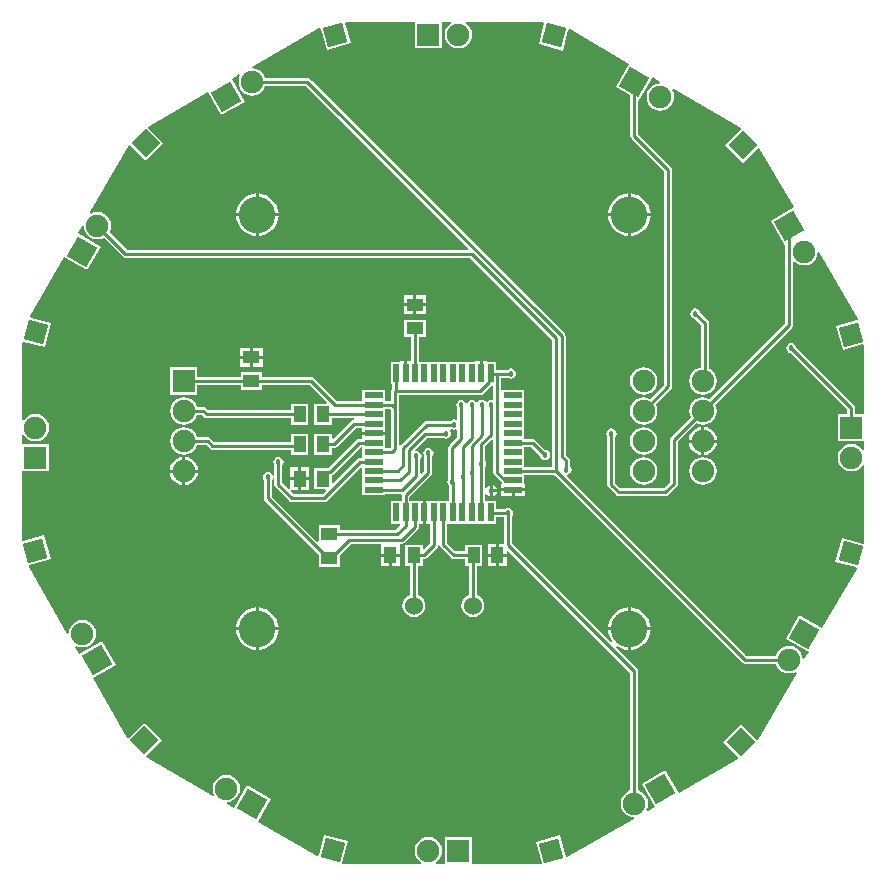
<source format=gtl>
G04*
G04 #@! TF.GenerationSoftware,Altium Limited,Altium Designer,20.2.4 (192)*
G04*
G04 Layer_Physical_Order=1*
G04 Layer_Color=255*
%FSLAX44Y44*%
%MOMM*%
G71*
G04*
G04 #@! TF.SameCoordinates,914F8371-8902-4B0D-8680-DBDBB12D949F*
G04*
G04*
G04 #@! TF.FilePolarity,Positive*
G04*
G01*
G75*
%ADD11C,0.2540*%
%ADD13R,0.5000X1.5000*%
%ADD14R,1.5000X0.5000*%
%ADD15R,1.1000X1.4000*%
%ADD16R,1.4000X1.1000*%
%ADD39C,1.9000*%
%ADD40P,2.6870X4X75.0*%
%ADD41P,2.6870X4X105.0*%
%ADD42R,1.9000X1.9000*%
%ADD43P,2.6870X4X165.0*%
%ADD44P,2.6870X4X195.0*%
%ADD45R,1.9000X1.9000*%
%ADD46C,1.5240*%
%ADD47P,2.4042X4X90.0*%
%ADD48P,2.4042X4X120.0*%
%ADD49P,2.4042X4X150.0*%
%ADD50P,2.4042X4X180.0*%
%ADD51P,2.4042X4X210.0*%
%ADD52P,2.4042X4X240.0*%
%ADD53C,1.9000*%
%ADD54O,1.9000X1.9000*%
%ADD55R,1.9000X1.9000*%
%ADD56C,3.1000*%
%ADD57C,0.4572*%
G36*
X963828Y1128683D02*
Y1106068D01*
X986892D01*
Y1128683D01*
X994180D01*
X994605Y1127413D01*
X992535Y1125825D01*
X990687Y1123416D01*
X989525Y1120611D01*
X989128Y1117600D01*
X989525Y1114589D01*
X990687Y1111784D01*
X992535Y1109375D01*
X994944Y1107527D01*
X997749Y1106365D01*
X1000760Y1105968D01*
X1003771Y1106365D01*
X1006576Y1107527D01*
X1008985Y1109375D01*
X1010833Y1111784D01*
X1011995Y1114589D01*
X1012392Y1117600D01*
X1011995Y1120611D01*
X1010833Y1123416D01*
X1008985Y1125825D01*
X1006915Y1127413D01*
X1007340Y1128683D01*
X1072764Y1128683D01*
X1073537Y1127676D01*
X1068692Y1109593D01*
X1089038Y1104141D01*
X1093733Y1121664D01*
X1094906Y1122150D01*
X1145336Y1093034D01*
X1134028Y1073449D01*
X1146415Y1066298D01*
Y1032078D01*
X1146671Y1030790D01*
X1147401Y1029698D01*
X1175193Y1001906D01*
Y821144D01*
X1163230Y809181D01*
X1160781Y810195D01*
X1157770Y810592D01*
X1154760Y810195D01*
X1151954Y809033D01*
X1149545Y807185D01*
X1147697Y804776D01*
X1146535Y801971D01*
X1146139Y798960D01*
X1146535Y795949D01*
X1147697Y793144D01*
X1149545Y790735D01*
X1151954Y788887D01*
X1154760Y787725D01*
X1157770Y787328D01*
X1160781Y787725D01*
X1163586Y788887D01*
X1165995Y790735D01*
X1167843Y793144D01*
X1169005Y795949D01*
X1169402Y798960D01*
X1169005Y801971D01*
X1167991Y804419D01*
X1180941Y817369D01*
X1181670Y818462D01*
X1181927Y819750D01*
Y1003300D01*
X1181670Y1004588D01*
X1180941Y1005681D01*
X1153148Y1033473D01*
Y1061424D01*
X1154003Y1061917D01*
X1154003D01*
X1165310Y1081502D01*
X1171622Y1077858D01*
X1171355Y1076545D01*
X1168768Y1076205D01*
X1165963Y1075043D01*
X1163554Y1073195D01*
X1161705Y1070786D01*
X1160543Y1067980D01*
X1160147Y1064970D01*
X1160543Y1061959D01*
X1161705Y1059154D01*
X1163554Y1056745D01*
X1165963Y1054897D01*
X1168768Y1053735D01*
X1171778Y1053338D01*
X1174789Y1053735D01*
X1177594Y1054897D01*
X1180003Y1056745D01*
X1181852Y1059154D01*
X1183014Y1061959D01*
X1183410Y1064970D01*
X1183014Y1067980D01*
X1182015Y1070391D01*
X1183018Y1071278D01*
X1239677Y1038566D01*
X1239843Y1037307D01*
X1226605Y1024069D01*
X1241500Y1009175D01*
X1254327Y1022002D01*
X1255587Y1021837D01*
X1284702Y971407D01*
X1265117Y960099D01*
X1276649Y940126D01*
X1276649Y940126D01*
X1277401Y939093D01*
Y873352D01*
X1213230Y809181D01*
X1210780Y810195D01*
X1207770Y810592D01*
X1204760Y810195D01*
X1201954Y809033D01*
X1199545Y807185D01*
X1197697Y804776D01*
X1196535Y801971D01*
X1196139Y798960D01*
X1196535Y795949D01*
X1197549Y793501D01*
X1180846Y776797D01*
X1180116Y775705D01*
X1179860Y774416D01*
Y738851D01*
X1174625Y733617D01*
X1138045D01*
X1133667Y737995D01*
Y777046D01*
X1134368Y778095D01*
X1134703Y779780D01*
X1134368Y781465D01*
X1133413Y782893D01*
X1131985Y783848D01*
X1130300Y784183D01*
X1128615Y783848D01*
X1127187Y782893D01*
X1126233Y781465D01*
X1125897Y779780D01*
X1126233Y778095D01*
X1126933Y777046D01*
Y736600D01*
X1127190Y735312D01*
X1127919Y734219D01*
X1134269Y727869D01*
X1135362Y727140D01*
X1136650Y726883D01*
X1176020D01*
X1177308Y727140D01*
X1178401Y727869D01*
X1185607Y735076D01*
X1186337Y736168D01*
X1186593Y737456D01*
Y773022D01*
X1202310Y788739D01*
X1204760Y787725D01*
X1207770Y787328D01*
X1210780Y787725D01*
X1213586Y788887D01*
X1215995Y790735D01*
X1217843Y793144D01*
X1219005Y795949D01*
X1219401Y798960D01*
X1219005Y801971D01*
X1217991Y804419D01*
X1283148Y869577D01*
X1283878Y870669D01*
X1284135Y871958D01*
Y925259D01*
X1284963Y925540D01*
X1285405Y925611D01*
X1287754Y923808D01*
X1290559Y922646D01*
X1293570Y922250D01*
X1296580Y922646D01*
X1299386Y923808D01*
X1301795Y925657D01*
X1303643Y928066D01*
X1304805Y930871D01*
X1305146Y933458D01*
X1306458Y933725D01*
X1339170Y877066D01*
X1338684Y875892D01*
X1320601Y871047D01*
X1326053Y850701D01*
X1343576Y855396D01*
X1344583Y854623D01*
X1344583Y796392D01*
X1336867D01*
Y801370D01*
X1336610Y802658D01*
X1335881Y803751D01*
X1287014Y852618D01*
X1286767Y853855D01*
X1285813Y855283D01*
X1284385Y856237D01*
X1282700Y856573D01*
X1281015Y856237D01*
X1279587Y855283D01*
X1278633Y853855D01*
X1278297Y852170D01*
X1278633Y850485D01*
X1279587Y849057D01*
X1281015Y848102D01*
X1282252Y847857D01*
X1330133Y799976D01*
Y796392D01*
X1321968D01*
Y773328D01*
X1344583D01*
Y766040D01*
X1343313Y765615D01*
X1341725Y767685D01*
X1339316Y769533D01*
X1336510Y770695D01*
X1333500Y771092D01*
X1330490Y770695D01*
X1327684Y769533D01*
X1325275Y767685D01*
X1323427Y765276D01*
X1322265Y762470D01*
X1321868Y759460D01*
X1322265Y756450D01*
X1323427Y753644D01*
X1325275Y751235D01*
X1327684Y749387D01*
X1330490Y748225D01*
X1333500Y747829D01*
X1336510Y748225D01*
X1339316Y749387D01*
X1341725Y751235D01*
X1343313Y753305D01*
X1344583Y752880D01*
X1344583Y687456D01*
X1343576Y686683D01*
X1325493Y691528D01*
X1320041Y671182D01*
X1337564Y666487D01*
X1338050Y665313D01*
X1308934Y614884D01*
X1289349Y626191D01*
X1277817Y606217D01*
X1297402Y594910D01*
X1293758Y588598D01*
X1292446Y588865D01*
X1292105Y591452D01*
X1290943Y594257D01*
X1289095Y596666D01*
X1286686Y598515D01*
X1283880Y599677D01*
X1280870Y600073D01*
X1277859Y599677D01*
X1275054Y598515D01*
X1272645Y596666D01*
X1270797Y594257D01*
X1269782Y591808D01*
X1244553D01*
X1092666Y743695D01*
X1093084Y745073D01*
X1093885Y745232D01*
X1095313Y746187D01*
X1096267Y747615D01*
X1096603Y749300D01*
X1096267Y750985D01*
X1095567Y752034D01*
Y756920D01*
X1095310Y758208D01*
X1094581Y759301D01*
X1091757Y762124D01*
Y862330D01*
X1091500Y863618D01*
X1090771Y864711D01*
X875431Y1080050D01*
X874339Y1080780D01*
X873050Y1081037D01*
X837426D01*
X836412Y1083486D01*
X834563Y1085895D01*
X832154Y1087743D01*
X829349Y1088905D01*
X826762Y1089246D01*
X826495Y1090558D01*
X883154Y1123270D01*
X884327Y1122784D01*
X889173Y1104701D01*
X909519Y1110153D01*
X904824Y1127676D01*
X905597Y1128683D01*
X963828Y1128683D01*
D02*
G37*
G36*
X816102Y1083091D02*
X815103Y1080680D01*
X814707Y1077670D01*
X815103Y1074659D01*
X816265Y1071854D01*
X818114Y1069445D01*
X820523Y1067597D01*
X823328Y1066435D01*
X826339Y1066038D01*
X829349Y1066435D01*
X832154Y1067597D01*
X834563Y1069445D01*
X836412Y1071854D01*
X837426Y1074303D01*
X871656D01*
X1009239Y936720D01*
X1008753Y935547D01*
X720343D01*
X705471Y950419D01*
X706485Y952868D01*
X706882Y955879D01*
X706485Y958889D01*
X705323Y961694D01*
X703475Y964103D01*
X701066Y965952D01*
X698261Y967114D01*
X695250Y967510D01*
X692240Y967114D01*
X689829Y966115D01*
X688942Y967119D01*
X721654Y1023777D01*
X722913Y1023943D01*
X736151Y1010705D01*
X751045Y1025600D01*
X738217Y1038428D01*
X738383Y1039687D01*
X788813Y1068802D01*
X800120Y1049217D01*
X820095Y1060749D01*
X808787Y1080334D01*
X815099Y1083978D01*
X816102Y1083091D01*
D02*
G37*
G36*
X683674Y955455D02*
X684015Y952868D01*
X685177Y950063D01*
X687026Y947654D01*
X689434Y945805D01*
X692240Y944643D01*
X695250Y944247D01*
X698261Y944643D01*
X700710Y945658D01*
X716568Y929799D01*
X717660Y929070D01*
X718949Y928813D01*
X1010680D01*
X1080073Y859420D01*
Y751527D01*
X1056592D01*
Y759628D01*
Y768793D01*
X1062193D01*
X1069692Y761295D01*
X1069938Y760058D01*
X1070892Y758629D01*
X1072320Y757675D01*
X1074005Y757340D01*
X1075690Y757675D01*
X1077118Y758629D01*
X1078073Y760058D01*
X1078408Y761742D01*
X1078073Y763427D01*
X1077118Y764856D01*
X1075690Y765810D01*
X1074453Y766056D01*
X1065968Y774541D01*
X1064876Y775270D01*
X1063588Y775527D01*
X1056592D01*
Y783628D01*
Y791628D01*
Y799628D01*
Y807628D01*
Y816692D01*
X1037528D01*
X1037147Y817804D01*
Y827213D01*
X1042476D01*
X1043525Y826513D01*
X1045210Y826177D01*
X1046895Y826513D01*
X1048323Y827467D01*
X1049277Y828895D01*
X1049613Y830580D01*
X1049277Y832265D01*
X1048323Y833693D01*
X1046895Y834648D01*
X1045210Y834983D01*
X1043525Y834648D01*
X1042476Y833947D01*
X1032592D01*
Y840692D01*
X1025100D01*
Y841200D01*
X1021330D01*
Y831160D01*
X1018790D01*
Y841200D01*
X1015020D01*
Y840692D01*
X967427D01*
Y861308D01*
X973092D01*
Y876372D01*
X955028D01*
Y861308D01*
X960693D01*
Y841200D01*
X957330D01*
Y831160D01*
X954790D01*
Y841200D01*
X951020D01*
Y840692D01*
X943528D01*
Y821628D01*
X944693D01*
Y817808D01*
X944310Y817233D01*
X944053Y815945D01*
Y807527D01*
X938592D01*
Y816692D01*
X919528D01*
Y807527D01*
X897713D01*
X878469Y826771D01*
X877377Y827500D01*
X876088Y827757D01*
X834532D01*
Y831922D01*
X816468D01*
Y827727D01*
X779882D01*
Y835892D01*
X756818D01*
Y812828D01*
X779882D01*
Y820993D01*
X816468D01*
Y816858D01*
X834532D01*
Y821023D01*
X874694D01*
X889222Y806495D01*
X888736Y805322D01*
X878768D01*
Y787258D01*
X893832D01*
Y792793D01*
X912612D01*
X912620Y791527D01*
X911332Y791270D01*
X910239Y790541D01*
X895102Y775403D01*
X893832Y775929D01*
Y779922D01*
X878768D01*
Y761858D01*
X893832D01*
Y767523D01*
X895350D01*
X896638Y767780D01*
X897731Y768509D01*
X914015Y784793D01*
X919020D01*
Y781430D01*
X939100D01*
Y785200D01*
X938592D01*
Y791628D01*
Y799628D01*
Y800793D01*
X943235D01*
X944053Y799976D01*
Y768475D01*
X943105Y767527D01*
X938592D01*
Y767628D01*
Y775120D01*
X939100D01*
Y778890D01*
X919020D01*
Y775527D01*
X916780D01*
X915492Y775270D01*
X914399Y774541D01*
X890636Y750777D01*
X890530D01*
X890205Y750712D01*
X878768D01*
Y732648D01*
X888282D01*
X888768Y731475D01*
X885830Y728537D01*
X861184D01*
X858851Y730870D01*
X859377Y732140D01*
X865030D01*
Y740410D01*
X858260D01*
Y733257D01*
X856990Y732731D01*
X851727Y737995D01*
Y752916D01*
X852428Y753965D01*
X852763Y755650D01*
X852428Y757335D01*
X851473Y758763D01*
X850045Y759717D01*
X848360Y760053D01*
X846675Y759717D01*
X845247Y758763D01*
X844293Y757335D01*
X843957Y755650D01*
X844293Y753965D01*
X844993Y752916D01*
Y743826D01*
X843723Y743700D01*
X843538Y744635D01*
X842583Y746063D01*
X841155Y747018D01*
X839470Y747353D01*
X837785Y747018D01*
X836357Y746063D01*
X835403Y744635D01*
X835067Y742950D01*
X835403Y741265D01*
X836103Y740216D01*
Y725100D01*
X836360Y723812D01*
X837089Y722719D01*
X882508Y677301D01*
Y666998D01*
X900572D01*
Y677301D01*
X909863Y686591D01*
X933809D01*
X935020Y686450D01*
X935020Y685321D01*
Y678180D01*
X943060D01*
X951100D01*
X951100Y686450D01*
X952311Y686591D01*
X952848D01*
X954136Y686848D01*
X955229Y687577D01*
X966441Y698789D01*
X967170Y699882D01*
X967427Y701170D01*
Y703120D01*
X970790D01*
Y713160D01*
Y723200D01*
X967020D01*
Y722692D01*
X959427D01*
Y726066D01*
X977741Y744379D01*
X978470Y745472D01*
X978727Y746760D01*
Y760536D01*
X979427Y761585D01*
X979763Y763270D01*
X979427Y764955D01*
X978473Y766383D01*
X977045Y767337D01*
X975360Y767673D01*
X973675Y767337D01*
X972247Y766383D01*
X971292Y764955D01*
X970957Y763270D01*
X971292Y761585D01*
X971993Y760536D01*
Y748155D01*
X969740Y745901D01*
X968567Y746387D01*
Y757996D01*
X969268Y759045D01*
X969603Y760730D01*
X969268Y762415D01*
X968313Y763843D01*
X966885Y764798D01*
X965200Y765133D01*
X964613Y765016D01*
X963988Y766186D01*
X974214Y776413D01*
X987358D01*
X988407Y775713D01*
X990092Y775377D01*
X991777Y775713D01*
X993205Y776667D01*
X994159Y778095D01*
X994495Y779780D01*
X994159Y781465D01*
X993788Y782021D01*
X993815Y782584D01*
X994333Y783479D01*
X994925Y783560D01*
X995265Y783333D01*
X996950Y782997D01*
X998635Y783333D01*
X998813Y783452D01*
X999933Y782853D01*
Y777004D01*
X993299Y770371D01*
X992570Y769278D01*
X992313Y767990D01*
Y741874D01*
X991612Y740825D01*
X991277Y739140D01*
X991612Y737455D01*
X992567Y736027D01*
X992693Y735942D01*
Y722692D01*
X977100D01*
Y723200D01*
X973330D01*
Y713160D01*
Y703120D01*
X976693D01*
Y686814D01*
X971765Y681887D01*
X970592Y682373D01*
Y685942D01*
X955528D01*
Y667878D01*
X959693D01*
Y643338D01*
X958192Y642717D01*
X956176Y641170D01*
X954629Y639153D01*
X953656Y636805D01*
X953325Y634286D01*
X953656Y631766D01*
X954629Y629418D01*
X956176Y627402D01*
X958192Y625855D01*
X960540Y624882D01*
X963060Y624550D01*
X965580Y624882D01*
X967928Y625855D01*
X969944Y627402D01*
X971491Y629418D01*
X972464Y631766D01*
X972795Y634286D01*
X972464Y636805D01*
X971491Y639153D01*
X969944Y641170D01*
X967928Y642717D01*
X966427Y643338D01*
Y667878D01*
X970592D01*
Y673543D01*
X971550D01*
X972838Y673800D01*
X973931Y674529D01*
X982441Y683039D01*
X983170Y684132D01*
X983427Y685420D01*
Y685792D01*
X984693Y685800D01*
X984950Y684512D01*
X985679Y683419D01*
X994569Y674529D01*
X995662Y673800D01*
X996950Y673543D01*
X1006088D01*
Y667878D01*
X1009693D01*
Y643338D01*
X1008192Y642717D01*
X1006176Y641170D01*
X1004629Y639153D01*
X1003656Y636805D01*
X1003325Y634286D01*
X1003656Y631766D01*
X1004629Y629418D01*
X1006176Y627402D01*
X1008192Y625855D01*
X1010540Y624882D01*
X1013060Y624550D01*
X1015580Y624882D01*
X1017928Y625855D01*
X1019944Y627402D01*
X1021491Y629418D01*
X1022464Y631766D01*
X1022795Y634286D01*
X1022464Y636805D01*
X1021491Y639153D01*
X1019944Y641170D01*
X1017928Y642717D01*
X1016427Y643338D01*
Y667878D01*
X1021152D01*
Y685942D01*
X1006088D01*
Y680277D01*
X998344D01*
X991427Y687195D01*
Y703628D01*
X1032592D01*
Y709103D01*
X1039303D01*
Y686450D01*
X1034890D01*
Y678180D01*
X1041660D01*
Y680389D01*
X1042833Y680875D01*
X1146415Y577294D01*
Y477738D01*
X1143966Y476723D01*
X1141557Y474875D01*
X1139708Y472466D01*
X1138546Y469661D01*
X1138150Y466650D01*
X1138546Y463640D01*
X1139708Y460834D01*
X1141557Y458425D01*
X1143966Y456577D01*
X1146771Y455415D01*
X1149358Y455074D01*
X1149625Y453762D01*
X1092966Y421050D01*
X1091793Y421536D01*
X1086947Y439619D01*
X1066601Y434167D01*
X1071296Y416644D01*
X1070523Y415637D01*
X1012292Y415637D01*
Y438252D01*
X989228D01*
Y415637D01*
X981940D01*
X981515Y416907D01*
X983585Y418495D01*
X985433Y420904D01*
X986595Y423709D01*
X986992Y426720D01*
X986595Y429730D01*
X985433Y432536D01*
X983585Y434945D01*
X981176Y436793D01*
X978370Y437955D01*
X975360Y438352D01*
X972349Y437955D01*
X969544Y436793D01*
X967135Y434945D01*
X965287Y432536D01*
X964125Y429730D01*
X963728Y426720D01*
X964125Y423709D01*
X965287Y420904D01*
X967135Y418495D01*
X969205Y416907D01*
X968780Y415637D01*
X903356Y415637D01*
X902583Y416644D01*
X907428Y434727D01*
X887082Y440179D01*
X882387Y422656D01*
X881214Y422170D01*
X830784Y451286D01*
X842092Y470871D01*
X822117Y482403D01*
X810810Y462818D01*
X804498Y466462D01*
X804765Y467775D01*
X807352Y468115D01*
X810157Y469277D01*
X812566Y471125D01*
X814415Y473535D01*
X815577Y476340D01*
X815973Y479350D01*
X815577Y482361D01*
X814415Y485166D01*
X812566Y487575D01*
X810157Y489423D01*
X807352Y490585D01*
X804342Y490982D01*
X801331Y490585D01*
X798526Y489423D01*
X796117Y487575D01*
X794268Y485166D01*
X793106Y482361D01*
X792710Y479350D01*
X793106Y476340D01*
X794105Y473929D01*
X793102Y473042D01*
X736443Y505754D01*
X736277Y507013D01*
X749515Y520251D01*
X734620Y535145D01*
X721793Y522318D01*
X720533Y522483D01*
X691418Y572913D01*
X711003Y584221D01*
X699471Y604194D01*
X679886Y592887D01*
X676242Y599199D01*
X677129Y600202D01*
X679540Y599203D01*
X682550Y598807D01*
X685561Y599203D01*
X688366Y600365D01*
X690775Y602214D01*
X692623Y604623D01*
X693785Y607428D01*
X694182Y610439D01*
X693785Y613449D01*
X692623Y616254D01*
X690775Y618663D01*
X688366Y620512D01*
X685561Y621674D01*
X682550Y622070D01*
X679540Y621674D01*
X676734Y620512D01*
X674325Y618663D01*
X672477Y616254D01*
X671315Y613449D01*
X670974Y610862D01*
X669662Y610595D01*
X636950Y667254D01*
X637436Y668428D01*
X655519Y673273D01*
X650067Y693619D01*
X632544Y688924D01*
X631537Y689697D01*
X631537Y747928D01*
X654152D01*
Y770992D01*
X631537D01*
Y778280D01*
X632807Y778705D01*
X634395Y776635D01*
X636804Y774787D01*
X639609Y773625D01*
X642620Y773229D01*
X645630Y773625D01*
X648436Y774787D01*
X650845Y776635D01*
X652693Y779044D01*
X653855Y781850D01*
X654251Y784860D01*
X653855Y787870D01*
X652693Y790676D01*
X650845Y793085D01*
X648436Y794933D01*
X645630Y796095D01*
X642620Y796491D01*
X639609Y796095D01*
X636804Y794933D01*
X634395Y793085D01*
X632807Y791015D01*
X631537Y791440D01*
X631537Y856864D01*
X632544Y857637D01*
X650627Y852792D01*
X656079Y873138D01*
X638556Y877833D01*
X638070Y879007D01*
X667186Y929436D01*
X686771Y918129D01*
X698303Y938102D01*
X678718Y949410D01*
X682362Y955722D01*
X683674Y955455D01*
D02*
G37*
G36*
X1029430Y820791D02*
X1030413Y820394D01*
Y809030D01*
X1029143Y808123D01*
X1028192Y808313D01*
X1026507Y807978D01*
X1025079Y807023D01*
X1023771Y807352D01*
X1022624Y808119D01*
X1020939Y808454D01*
X1019254Y808119D01*
X1017826Y807164D01*
X1017281Y806349D01*
X1015787Y806299D01*
X1015303Y807023D01*
X1013875Y807978D01*
X1012190Y808313D01*
X1010505Y807978D01*
X1009077Y807023D01*
X1008463Y806104D01*
X1007027D01*
X1006413Y807023D01*
X1004985Y807978D01*
X1003300Y808313D01*
X1001615Y807978D01*
X1000187Y807023D01*
X999232Y805595D01*
X998897Y803910D01*
X999232Y802225D01*
X999933Y801176D01*
Y791947D01*
X998813Y791348D01*
X998635Y791468D01*
X996950Y791803D01*
X995265Y791468D01*
X994216Y790767D01*
X973974D01*
X972686Y790510D01*
X971594Y789781D01*
X952057Y770244D01*
X951409Y770359D01*
X950787Y770708D01*
Y801370D01*
Y812578D01*
X1019515D01*
X1020803Y812835D01*
X1021895Y813564D01*
X1029143Y820812D01*
X1029430Y820791D01*
D02*
G37*
G36*
X919528Y759062D02*
X917750D01*
X916462Y758805D01*
X915369Y758076D01*
X895005Y737712D01*
X893832Y738198D01*
Y744643D01*
X894411Y745029D01*
X918175Y768793D01*
X919528D01*
Y759062D01*
D02*
G37*
G36*
X1030413Y774841D02*
Y746760D01*
X1030670Y745472D01*
X1031399Y744379D01*
X1036769Y739009D01*
X1037528Y738503D01*
Y737200D01*
X1037020D01*
Y733430D01*
X1057100D01*
Y737200D01*
X1056592D01*
Y744793D01*
X1082046D01*
X1240778Y586061D01*
X1241870Y585331D01*
X1243158Y585075D01*
X1269782D01*
X1270797Y582626D01*
X1272645Y580217D01*
X1275054Y578368D01*
X1277859Y577206D01*
X1280870Y576810D01*
X1283880Y577206D01*
X1286291Y578205D01*
X1287178Y577201D01*
X1254466Y520543D01*
X1253207Y520377D01*
X1239969Y533615D01*
X1225075Y518720D01*
X1237903Y505892D01*
X1237737Y504633D01*
X1187307Y475518D01*
X1176000Y495103D01*
X1156025Y483571D01*
X1167333Y463986D01*
X1161021Y460342D01*
X1160018Y461229D01*
X1161017Y463640D01*
X1161413Y466650D01*
X1161017Y469661D01*
X1159855Y472466D01*
X1158006Y474875D01*
X1155597Y476723D01*
X1153148Y477738D01*
Y578689D01*
X1152892Y579977D01*
X1152162Y581069D01*
X1134339Y598892D01*
X1135193Y599834D01*
X1135469Y599608D01*
X1138603Y597933D01*
X1142003Y596901D01*
X1144270Y596678D01*
Y613410D01*
X1127538D01*
X1127761Y611143D01*
X1128793Y607743D01*
X1130468Y604609D01*
X1130694Y604333D01*
X1129752Y603479D01*
X1046037Y687195D01*
Y709736D01*
X1046738Y710785D01*
X1047073Y712470D01*
X1046738Y714155D01*
X1045783Y715583D01*
X1044355Y716537D01*
X1042670Y716873D01*
X1040985Y716537D01*
X1039936Y715837D01*
X1032592D01*
Y722692D01*
X1023302D01*
Y728627D01*
X1024572Y729012D01*
X1025221Y728041D01*
X1026817Y726974D01*
X1027430Y726852D01*
Y731520D01*
Y736188D01*
X1026817Y736066D01*
X1025221Y734999D01*
X1024572Y734028D01*
X1023302Y734413D01*
Y751833D01*
X1023877Y752695D01*
X1024213Y754380D01*
X1023877Y756065D01*
X1023177Y757114D01*
Y769264D01*
X1029240Y775327D01*
X1030413Y774841D01*
D02*
G37*
G36*
X919528Y750916D02*
Y743628D01*
Y735628D01*
Y727628D01*
X938592D01*
Y728793D01*
X951664D01*
X952706Y727523D01*
X952693Y727460D01*
Y722692D01*
X943528D01*
Y703628D01*
X951378D01*
X951904Y702358D01*
X947442Y697897D01*
X900572D01*
Y702062D01*
X882508D01*
Y688619D01*
X881238Y688093D01*
X842837Y726495D01*
Y740216D01*
X843538Y741265D01*
X843723Y742199D01*
X844993Y742074D01*
Y736600D01*
X845250Y735312D01*
X845979Y734219D01*
X857409Y722789D01*
X858502Y722060D01*
X859790Y721803D01*
X887225D01*
X888513Y722060D01*
X889606Y722789D01*
X918258Y751442D01*
X919528Y750916D01*
D02*
G37*
%LPC*%
G36*
X1146810Y983202D02*
Y966470D01*
X1163542D01*
X1163319Y968736D01*
X1162287Y972137D01*
X1160612Y975271D01*
X1158358Y978018D01*
X1155611Y980272D01*
X1152477Y981947D01*
X1149077Y982979D01*
X1146810Y983202D01*
D02*
G37*
G36*
X1144270D02*
X1142003Y982979D01*
X1138603Y981947D01*
X1135469Y980272D01*
X1132722Y978018D01*
X1130468Y975271D01*
X1128793Y972137D01*
X1127761Y968736D01*
X1127538Y966470D01*
X1144270D01*
Y983202D01*
D02*
G37*
G36*
X1163542Y963930D02*
X1146810D01*
Y947198D01*
X1149077Y947421D01*
X1152477Y948453D01*
X1155611Y950128D01*
X1158358Y952382D01*
X1160612Y955129D01*
X1162287Y958263D01*
X1163319Y961664D01*
X1163542Y963930D01*
D02*
G37*
G36*
X1144270D02*
X1127538D01*
X1127761Y961664D01*
X1128793Y958263D01*
X1130468Y955129D01*
X1132722Y952382D01*
X1135469Y950128D01*
X1138603Y948453D01*
X1142003Y947421D01*
X1144270Y947198D01*
Y963930D01*
D02*
G37*
G36*
X1201420Y885783D02*
X1199735Y885447D01*
X1198307Y884493D01*
X1197353Y883065D01*
X1197017Y881380D01*
X1197353Y879695D01*
X1198307Y878267D01*
X1199735Y877312D01*
X1200972Y877066D01*
X1206176Y871863D01*
Y835782D01*
X1204760Y835595D01*
X1201954Y834433D01*
X1199545Y832585D01*
X1197697Y830176D01*
X1196535Y827371D01*
X1196139Y824360D01*
X1196535Y821349D01*
X1197697Y818544D01*
X1199545Y816135D01*
X1201954Y814287D01*
X1204760Y813125D01*
X1207770Y812729D01*
X1210780Y813125D01*
X1213586Y814287D01*
X1215995Y816135D01*
X1217843Y818544D01*
X1219005Y821349D01*
X1219401Y824360D01*
X1219005Y827371D01*
X1217843Y830176D01*
X1215995Y832585D01*
X1213586Y834433D01*
X1212909Y834714D01*
Y873258D01*
X1212653Y874546D01*
X1211923Y875638D01*
X1205733Y881828D01*
X1205488Y883065D01*
X1204533Y884493D01*
X1203105Y885447D01*
X1201420Y885783D01*
D02*
G37*
G36*
X1157770Y835992D02*
X1154760Y835595D01*
X1151954Y834433D01*
X1149545Y832585D01*
X1147697Y830176D01*
X1146535Y827371D01*
X1146139Y824360D01*
X1146535Y821349D01*
X1147697Y818544D01*
X1149545Y816135D01*
X1151954Y814287D01*
X1154760Y813125D01*
X1157770Y812729D01*
X1160781Y813125D01*
X1163586Y814287D01*
X1165995Y816135D01*
X1167843Y818544D01*
X1169005Y821349D01*
X1169402Y824360D01*
X1169005Y827371D01*
X1167843Y830176D01*
X1165995Y832585D01*
X1163586Y834433D01*
X1160781Y835595D01*
X1157770Y835992D01*
D02*
G37*
G36*
X1209040Y785537D02*
Y774830D01*
X1219747D01*
X1219500Y776703D01*
X1218287Y779632D01*
X1216357Y782147D01*
X1213842Y784077D01*
X1210913Y785290D01*
X1209040Y785537D01*
D02*
G37*
G36*
X1206500D02*
X1204627Y785290D01*
X1201698Y784077D01*
X1199183Y782147D01*
X1197253Y779632D01*
X1196040Y776703D01*
X1195793Y774830D01*
X1206500D01*
Y785537D01*
D02*
G37*
G36*
X1157770Y785191D02*
X1154760Y784795D01*
X1151954Y783633D01*
X1149545Y781785D01*
X1147697Y779376D01*
X1146535Y776571D01*
X1146139Y773560D01*
X1146535Y770549D01*
X1147697Y767744D01*
X1149545Y765335D01*
X1151954Y763487D01*
X1154760Y762325D01*
X1157770Y761928D01*
X1160781Y762325D01*
X1163586Y763487D01*
X1165995Y765335D01*
X1167843Y767744D01*
X1169005Y770549D01*
X1169402Y773560D01*
X1169005Y776571D01*
X1167843Y779376D01*
X1165995Y781785D01*
X1163586Y783633D01*
X1160781Y784795D01*
X1157770Y785191D01*
D02*
G37*
G36*
X1219747Y772290D02*
X1209040D01*
Y761583D01*
X1210913Y761830D01*
X1213842Y763043D01*
X1216357Y764973D01*
X1218287Y767488D01*
X1219500Y770417D01*
X1219747Y772290D01*
D02*
G37*
G36*
X1206500D02*
X1195793D01*
X1196040Y770417D01*
X1197253Y767488D01*
X1199183Y764973D01*
X1201698Y763043D01*
X1204627Y761830D01*
X1206500Y761583D01*
Y772290D01*
D02*
G37*
G36*
X1207770Y759791D02*
X1204760Y759395D01*
X1201954Y758233D01*
X1199545Y756385D01*
X1197697Y753976D01*
X1196535Y751171D01*
X1196139Y748160D01*
X1196535Y745150D01*
X1197697Y742344D01*
X1199545Y739935D01*
X1201954Y738087D01*
X1204760Y736925D01*
X1207770Y736528D01*
X1210780Y736925D01*
X1213586Y738087D01*
X1215995Y739935D01*
X1217843Y742344D01*
X1219005Y745150D01*
X1219401Y748160D01*
X1219005Y751171D01*
X1217843Y753976D01*
X1215995Y756385D01*
X1213586Y758233D01*
X1210780Y759395D01*
X1207770Y759791D01*
D02*
G37*
G36*
X1157770D02*
X1154760Y759395D01*
X1151954Y758233D01*
X1149545Y756385D01*
X1147697Y753976D01*
X1146535Y751171D01*
X1146139Y748160D01*
X1146535Y745150D01*
X1147697Y742344D01*
X1149545Y739935D01*
X1151954Y738087D01*
X1154760Y736925D01*
X1157770Y736528D01*
X1160781Y736925D01*
X1163586Y738087D01*
X1165995Y739935D01*
X1167843Y742344D01*
X1169005Y745150D01*
X1169402Y748160D01*
X1169005Y751171D01*
X1167843Y753976D01*
X1165995Y756385D01*
X1163586Y758233D01*
X1160781Y759395D01*
X1157770Y759791D01*
D02*
G37*
G36*
X831850Y983202D02*
Y966470D01*
X848582D01*
X848359Y968736D01*
X847327Y972137D01*
X845652Y975271D01*
X843398Y978018D01*
X840651Y980272D01*
X837517Y981947D01*
X834117Y982979D01*
X831850Y983202D01*
D02*
G37*
G36*
X829310D02*
X827044Y982979D01*
X823643Y981947D01*
X820509Y980272D01*
X817762Y978018D01*
X815508Y975271D01*
X813833Y972137D01*
X812801Y968736D01*
X812578Y966470D01*
X829310D01*
Y983202D01*
D02*
G37*
G36*
X848582Y963930D02*
X831850D01*
Y947198D01*
X834117Y947421D01*
X837517Y948453D01*
X840651Y950128D01*
X843398Y952382D01*
X845652Y955129D01*
X847327Y958263D01*
X848359Y961664D01*
X848582Y963930D01*
D02*
G37*
G36*
X829310D02*
X812578D01*
X812801Y961664D01*
X813833Y958263D01*
X815508Y955129D01*
X817762Y952382D01*
X820509Y950128D01*
X823643Y948453D01*
X827044Y947421D01*
X829310Y947198D01*
Y963930D01*
D02*
G37*
G36*
X973600Y896880D02*
X965330D01*
Y890110D01*
X973600D01*
Y896880D01*
D02*
G37*
G36*
X962790D02*
X954520D01*
Y890110D01*
X962790D01*
Y896880D01*
D02*
G37*
G36*
X973600Y887570D02*
X965330D01*
Y880800D01*
X973600D01*
Y887570D01*
D02*
G37*
G36*
X962790D02*
X954520D01*
Y880800D01*
X962790D01*
Y887570D01*
D02*
G37*
G36*
X835040Y852430D02*
X826770D01*
Y845660D01*
X835040D01*
Y852430D01*
D02*
G37*
G36*
X824230D02*
X815960D01*
Y845660D01*
X824230D01*
Y852430D01*
D02*
G37*
G36*
X835040Y843120D02*
X826770D01*
Y836350D01*
X835040D01*
Y843120D01*
D02*
G37*
G36*
X824230D02*
X815960D01*
Y836350D01*
X824230D01*
Y843120D01*
D02*
G37*
G36*
X768350Y810592D02*
X765340Y810195D01*
X762534Y809033D01*
X760125Y807185D01*
X758277Y804776D01*
X757115Y801971D01*
X756719Y798960D01*
X757115Y795949D01*
X758277Y793144D01*
X760125Y790735D01*
X762534Y788887D01*
X765340Y787725D01*
X768350Y787328D01*
X771360Y787725D01*
X774166Y788887D01*
X776575Y790735D01*
X778423Y793144D01*
X779438Y795593D01*
X783575D01*
X785259Y793909D01*
X786351Y793179D01*
X787639Y792923D01*
X858768D01*
Y787258D01*
X873832D01*
Y805322D01*
X858768D01*
Y799657D01*
X789034D01*
X787350Y801341D01*
X786258Y802070D01*
X784969Y802327D01*
X779438D01*
X778423Y804776D01*
X776575Y807185D01*
X774166Y809033D01*
X771360Y810195D01*
X768350Y810592D01*
D02*
G37*
G36*
Y785191D02*
X765340Y784795D01*
X762534Y783633D01*
X760125Y781785D01*
X758277Y779376D01*
X757115Y776571D01*
X756719Y773560D01*
X757115Y770549D01*
X758277Y767744D01*
X760125Y765335D01*
X762534Y763487D01*
X765340Y762325D01*
X768350Y761928D01*
X771360Y762325D01*
X774166Y763487D01*
X776575Y765335D01*
X778423Y767744D01*
X779438Y770193D01*
X787145D01*
X790099Y767239D01*
X791192Y766510D01*
X792480Y766253D01*
X858768D01*
Y761858D01*
X873832D01*
Y779922D01*
X858768D01*
Y772987D01*
X793875D01*
X790921Y775941D01*
X789828Y776670D01*
X788540Y776927D01*
X779438D01*
X778423Y779376D01*
X776575Y781785D01*
X774166Y783633D01*
X771360Y784795D01*
X768350Y785191D01*
D02*
G37*
G36*
X769620Y760137D02*
Y749430D01*
X780327D01*
X780080Y751303D01*
X778867Y754232D01*
X776937Y756747D01*
X774422Y758677D01*
X771493Y759890D01*
X769620Y760137D01*
D02*
G37*
G36*
X767080D02*
X765207Y759890D01*
X762278Y758677D01*
X759763Y756747D01*
X757833Y754232D01*
X756620Y751303D01*
X756373Y749430D01*
X767080D01*
Y760137D01*
D02*
G37*
G36*
X874340Y751220D02*
X867570D01*
Y742950D01*
X874340D01*
Y751220D01*
D02*
G37*
G36*
X865030D02*
X858260D01*
Y742950D01*
X865030D01*
Y751220D01*
D02*
G37*
G36*
X780327Y746890D02*
X769620D01*
Y736183D01*
X771493Y736430D01*
X774422Y737643D01*
X776937Y739573D01*
X778867Y742088D01*
X780080Y745017D01*
X780327Y746890D01*
D02*
G37*
G36*
X767080D02*
X756373D01*
X756620Y745017D01*
X757833Y742088D01*
X759763Y739573D01*
X762278Y737643D01*
X765207Y736430D01*
X767080Y736183D01*
Y746890D01*
D02*
G37*
G36*
X874340Y740410D02*
X867570D01*
Y732140D01*
X874340D01*
Y740410D01*
D02*
G37*
G36*
X1032350Y686450D02*
X1025580D01*
Y678180D01*
X1032350D01*
Y686450D01*
D02*
G37*
G36*
X951100Y675640D02*
X944330D01*
Y667370D01*
X951100D01*
Y675640D01*
D02*
G37*
G36*
X941790D02*
X935020D01*
Y667370D01*
X941790D01*
Y675640D01*
D02*
G37*
G36*
X1041660D02*
X1034890D01*
Y667370D01*
X1041660D01*
Y675640D01*
D02*
G37*
G36*
X1032350D02*
X1025580D01*
Y667370D01*
X1032350D01*
Y675640D01*
D02*
G37*
G36*
X831850Y632682D02*
Y615950D01*
X848582D01*
X848359Y618217D01*
X847327Y621617D01*
X845652Y624751D01*
X843398Y627498D01*
X840651Y629752D01*
X837517Y631427D01*
X834117Y632459D01*
X831850Y632682D01*
D02*
G37*
G36*
X829310D02*
X827044Y632459D01*
X823643Y631427D01*
X820509Y629752D01*
X817762Y627498D01*
X815508Y624751D01*
X813833Y621617D01*
X812801Y618217D01*
X812578Y615950D01*
X829310D01*
Y632682D01*
D02*
G37*
G36*
X848582Y613410D02*
X831850D01*
Y596678D01*
X834117Y596901D01*
X837517Y597933D01*
X840651Y599608D01*
X843398Y601862D01*
X845652Y604609D01*
X847327Y607743D01*
X848359Y611143D01*
X848582Y613410D01*
D02*
G37*
G36*
X829310D02*
X812578D01*
X812801Y611143D01*
X813833Y607743D01*
X815508Y604609D01*
X817762Y601862D01*
X820509Y599608D01*
X823643Y597933D01*
X827044Y596901D01*
X829310Y596678D01*
Y613410D01*
D02*
G37*
G36*
X1029970Y736188D02*
Y732790D01*
X1033368D01*
X1033246Y733403D01*
X1032179Y734999D01*
X1030583Y736066D01*
X1029970Y736188D01*
D02*
G37*
G36*
X1057100Y730890D02*
X1048330D01*
Y727120D01*
X1057100D01*
Y730890D01*
D02*
G37*
G36*
X1045790D02*
X1037020D01*
Y727120D01*
X1045790D01*
Y730890D01*
D02*
G37*
G36*
X1033368Y730250D02*
X1029970D01*
Y726852D01*
X1030583Y726974D01*
X1032179Y728041D01*
X1033246Y729637D01*
X1033368Y730250D01*
D02*
G37*
G36*
X1146810Y632682D02*
Y615950D01*
X1163542D01*
X1163319Y618217D01*
X1162287Y621617D01*
X1160612Y624751D01*
X1158358Y627498D01*
X1155611Y629752D01*
X1152477Y631427D01*
X1149077Y632459D01*
X1146810Y632682D01*
D02*
G37*
G36*
X1144270D02*
X1142003Y632459D01*
X1138603Y631427D01*
X1135469Y629752D01*
X1132722Y627498D01*
X1130468Y624751D01*
X1128793Y621617D01*
X1127761Y618217D01*
X1127538Y615950D01*
X1144270D01*
Y632682D01*
D02*
G37*
G36*
X1163542Y613410D02*
X1146810D01*
Y596678D01*
X1149077Y596901D01*
X1152477Y597933D01*
X1155611Y599608D01*
X1158358Y601862D01*
X1160612Y604609D01*
X1162287Y607743D01*
X1163319Y611143D01*
X1163542Y613410D01*
D02*
G37*
%LPD*%
D11*
X1042670Y685800D02*
Y712470D01*
Y685800D02*
X1149781Y578689D01*
Y466650D02*
Y578689D01*
X958850Y765810D02*
X972820Y779780D01*
X990092D01*
X973974Y787400D02*
X996950D01*
X954278Y767704D02*
X973974Y787400D01*
X956060Y727460D02*
X975360Y746760D01*
Y763270D01*
X1063588Y772160D02*
X1074005Y761742D01*
X1047060Y772160D02*
X1063588D01*
X1176020Y730250D02*
X1183226Y737456D01*
X1136650Y730250D02*
X1176020D01*
X1183226Y737456D02*
Y774416D01*
X1207770Y798960D01*
X1028060Y713160D02*
X1028750Y712470D01*
X1042670D01*
X848360Y736600D02*
Y755650D01*
X839470Y725100D02*
Y742950D01*
Y725100D02*
X890040Y674530D01*
X859790Y725170D02*
X887225D01*
X848360Y736600D02*
X859790Y725170D01*
X928595Y755695D02*
X929060Y756160D01*
X917750Y755695D02*
X928595D01*
X887225Y725170D02*
X917750Y755695D01*
X1092200Y749300D02*
Y756920D01*
X1088390Y760730D02*
X1092200Y756920D01*
X1083440Y748160D02*
X1243158Y588441D01*
X1280870D01*
X873050Y1077670D02*
X1088390Y862330D01*
Y760730D02*
Y862330D01*
X1012074Y932180D02*
X1083440Y860814D01*
Y748160D02*
Y860814D01*
X826339Y1077670D02*
X873050D01*
X718949Y932180D02*
X1012074D01*
X1047060Y748160D02*
X1083440D01*
X1039150Y741390D02*
X1045830D01*
X1033780Y746760D02*
X1039150Y741390D01*
X1033780Y746760D02*
Y830580D01*
X1028640D02*
X1033780D01*
X1045210D01*
X1021080Y778394D02*
Y803910D01*
X1020939Y804051D02*
X1021080Y803910D01*
X1028192Y779041D02*
Y803910D01*
X1019810Y770658D02*
X1028192Y779041D01*
X1045830Y741390D02*
X1047060Y740160D01*
X1028060Y831160D02*
X1028640Y830580D01*
X1209542Y826132D02*
Y873258D01*
X1207770Y824360D02*
X1209542Y826132D01*
X1201420Y881380D02*
X1209542Y873258D01*
X1157770Y798960D02*
X1178560Y819750D01*
X1149781Y1032078D02*
X1178560Y1003300D01*
Y819750D02*
Y1003300D01*
X1333500Y784860D02*
Y801370D01*
X1282700Y852170D02*
X1333500Y801370D01*
X1207770Y798960D02*
X1280768Y871958D01*
Y939184D01*
X1280870Y939286D01*
Y955879D01*
X1149781Y1032078D02*
Y1077670D01*
X1012190Y775970D02*
Y803910D01*
X1003300Y775610D02*
Y803910D01*
X1019810Y754380D02*
Y770658D01*
X1012190Y746760D02*
Y769504D01*
X1021080Y778394D01*
X1004570Y768350D02*
X1012190Y775970D01*
X1004570Y742950D02*
Y768350D01*
X995680Y767990D02*
X1003300Y775610D01*
X995680Y739140D02*
Y767990D01*
X695250Y955879D02*
X718949Y932180D01*
X1130300Y736600D02*
X1136650Y730250D01*
X1130300Y736600D02*
Y779780D01*
X954278Y753110D02*
Y767704D01*
X958850Y747522D02*
Y765810D01*
X965200Y744220D02*
Y760730D01*
X996060Y713160D02*
Y738760D01*
X929060Y748160D02*
X949328D01*
X1019935Y713285D02*
Y754255D01*
X951488Y740160D02*
X958850Y747522D01*
X1019515Y815945D02*
X1026830Y823260D01*
X929060Y804160D02*
X944630D01*
X1012125Y746695D02*
X1012190Y746760D01*
X947420Y767080D02*
Y801370D01*
X956060Y713160D02*
Y727460D01*
X953140Y732160D02*
X965200Y744220D01*
X944500Y764160D02*
X947420Y767080D01*
X929060Y764160D02*
X944500D01*
X1012125Y713225D02*
Y746695D01*
X1004060Y713160D02*
X1004315Y713415D01*
X947420Y815945D02*
X1019515D01*
X1012060Y713160D02*
X1012125Y713225D01*
X1004315Y742695D02*
X1004570Y742950D01*
X995680Y739140D02*
X996060Y738760D01*
X1004315Y713415D02*
Y742695D01*
X929060Y740160D02*
X951488D01*
X947420Y801370D02*
Y815945D01*
X1019810Y754380D02*
X1019935Y754255D01*
X948060Y815945D02*
Y831160D01*
X929060Y732160D02*
X953140D01*
X1026830Y823260D02*
Y829930D01*
X1028060Y831160D01*
X944630Y804160D02*
X947420Y801370D01*
X949328Y748160D02*
X954278Y753110D01*
X1019935Y713285D02*
X1020060Y713160D01*
X825500Y824390D02*
X876088D01*
X821690D02*
X825500D01*
X890040Y674530D02*
X891540D01*
X896318Y804160D02*
X929060D01*
X996950Y676910D02*
X1013620D01*
X988060Y685800D02*
X996950Y676910D01*
X988060Y685800D02*
Y713160D01*
X1013620Y676910D02*
X1013620Y676910D01*
X963060Y676910D02*
X971550D01*
X980060Y685420D02*
Y713160D01*
X971550Y676910D02*
X980060Y685420D01*
X963060Y634286D02*
Y676910D01*
X1013060Y634286D02*
Y676350D01*
X1013620Y676910D01*
X908468Y689958D02*
X952848D01*
X964060Y701170D02*
Y713160D01*
X952848Y689958D02*
X964060Y701170D01*
X948837Y694530D02*
X956060Y701753D01*
Y713160D01*
X891540Y694530D02*
X948837D01*
X891540Y674530D02*
X893040D01*
X908468Y689958D01*
X821660Y824360D02*
X821690Y824390D01*
X876088D02*
X896318Y804160D01*
X768350Y824360D02*
X821660D01*
X886300Y743180D02*
X890530Y747410D01*
X892030D01*
X916780Y772160D01*
X929060D01*
X886300Y741680D02*
Y743180D01*
X768350Y773560D02*
X788540D01*
X865030Y769620D02*
X866300Y770890D01*
X788540Y773560D02*
X792480Y769620D01*
X865030D01*
X787639Y796290D02*
X866300D01*
X768350Y798960D02*
X784969D01*
X787639Y796290D01*
X886300Y770890D02*
X895350D01*
X912620Y788160D01*
X929060D01*
X886430Y796160D02*
X929060D01*
X886300Y796290D02*
X886430Y796160D01*
X964060Y831160D02*
Y868840D01*
X964060Y868840D01*
D13*
X948060Y831160D02*
D03*
X956060D02*
D03*
X964060D02*
D03*
X972060D02*
D03*
X980060D02*
D03*
X988060D02*
D03*
X996060D02*
D03*
X1004060D02*
D03*
X1012060D02*
D03*
X1020060D02*
D03*
X1028060D02*
D03*
Y713160D02*
D03*
X1020060D02*
D03*
X1012060D02*
D03*
X1004060D02*
D03*
X996060D02*
D03*
X988060D02*
D03*
X980060D02*
D03*
X972060D02*
D03*
X964060D02*
D03*
X956060D02*
D03*
X948060D02*
D03*
D14*
X1047060Y812160D02*
D03*
Y804160D02*
D03*
Y796160D02*
D03*
Y788160D02*
D03*
Y780160D02*
D03*
Y772160D02*
D03*
Y764160D02*
D03*
Y756160D02*
D03*
Y748160D02*
D03*
Y740160D02*
D03*
Y732160D02*
D03*
X929060D02*
D03*
Y740160D02*
D03*
Y748160D02*
D03*
Y756160D02*
D03*
Y764160D02*
D03*
Y772160D02*
D03*
Y780160D02*
D03*
Y788160D02*
D03*
Y796160D02*
D03*
Y804160D02*
D03*
Y812160D02*
D03*
D15*
X963060Y676910D02*
D03*
X943060D02*
D03*
X866300Y741680D02*
D03*
X886300D02*
D03*
Y770890D02*
D03*
X866300D02*
D03*
X886300Y796290D02*
D03*
X866300D02*
D03*
X1013620Y676910D02*
D03*
X1033620D02*
D03*
D16*
X891540Y694530D02*
D03*
Y674530D02*
D03*
X964060Y888840D02*
D03*
Y868840D02*
D03*
X825500Y824390D02*
D03*
Y844390D02*
D03*
D39*
X826339Y1077670D02*
D03*
X695250Y955879D02*
D03*
X642620Y784860D02*
D03*
X682550Y610439D02*
D03*
X804341Y479350D02*
D03*
X975360Y426720D02*
D03*
X1149781Y466650D02*
D03*
X1280870Y588441D02*
D03*
X1333500Y759460D02*
D03*
X1293570Y933881D02*
D03*
X1171779Y1064970D02*
D03*
X1000760Y1117600D02*
D03*
X1207770Y798960D02*
D03*
Y824360D02*
D03*
X1157770Y798960D02*
D03*
Y824360D02*
D03*
Y773560D02*
D03*
Y748160D02*
D03*
X1207770Y773560D02*
D03*
Y748160D02*
D03*
D40*
X804342Y1064970D02*
D03*
X1171778Y479350D02*
D03*
D41*
X682550Y933882D02*
D03*
X1293570Y610438D02*
D03*
D42*
X642620Y759460D02*
D03*
X1333500Y784860D02*
D03*
D43*
X695250Y588442D02*
D03*
X1280870Y955879D02*
D03*
D44*
X826339Y466650D02*
D03*
X1149781Y1077670D02*
D03*
D45*
X1000760Y426720D02*
D03*
X975360Y1117600D02*
D03*
D46*
X1013060Y634286D02*
D03*
X963060D02*
D03*
D47*
X736151Y1025600D02*
D03*
X1239969Y518720D02*
D03*
D48*
X643180Y865691D02*
D03*
X1332940Y678629D02*
D03*
D49*
X642620Y680720D02*
D03*
X1333500Y863600D02*
D03*
D50*
X734620Y520251D02*
D03*
X1241500Y1024069D02*
D03*
D51*
X894529Y427280D02*
D03*
X1081591Y1117040D02*
D03*
D52*
X1079500Y426720D02*
D03*
X896620Y1117600D02*
D03*
D53*
X768350Y748160D02*
D03*
D54*
Y773560D02*
D03*
Y798960D02*
D03*
D55*
Y824360D02*
D03*
D56*
X1145540Y614680D02*
D03*
X830580D02*
D03*
Y965200D02*
D03*
X1145540D02*
D03*
D03*
D57*
X1028700Y731520D02*
D03*
X975360Y763270D02*
D03*
X1074005Y761742D02*
D03*
X1033620Y676910D02*
D03*
X848360Y755650D02*
D03*
X839470Y742950D02*
D03*
X1042670Y712470D02*
D03*
X1092200Y749300D02*
D03*
X1028192Y803910D02*
D03*
X1020939Y804051D02*
D03*
X1045210Y830580D02*
D03*
X1201420Y881380D02*
D03*
X1282700Y852170D02*
D03*
X1012190Y803910D02*
D03*
X1003300D02*
D03*
X990092Y779780D02*
D03*
X996950Y787400D02*
D03*
X1130300Y779780D02*
D03*
X965200Y760730D02*
D03*
X1012190Y746760D02*
D03*
X1019810Y754380D02*
D03*
X1004570Y742950D02*
D03*
X995680Y739140D02*
D03*
M02*

</source>
